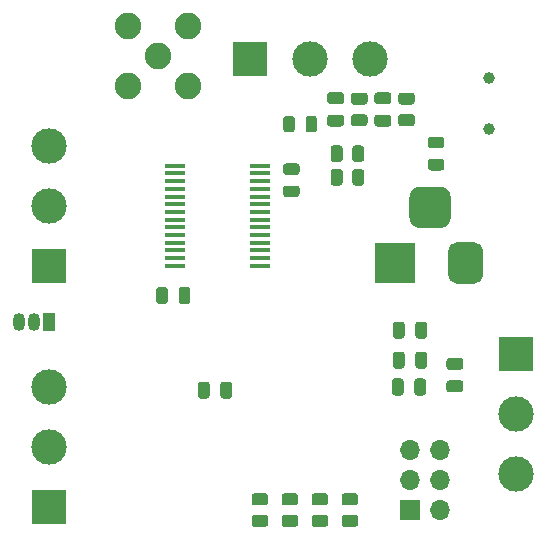
<source format=gbr>
%TF.GenerationSoftware,KiCad,Pcbnew,(5.1.6)-1*%
%TF.CreationDate,2021-02-02T08:46:24-05:00*%
%TF.ProjectId,Module Central,4d6f6475-6c65-4204-9365-6e7472616c2e,rev?*%
%TF.SameCoordinates,Original*%
%TF.FileFunction,Soldermask,Bot*%
%TF.FilePolarity,Negative*%
%FSLAX46Y46*%
G04 Gerber Fmt 4.6, Leading zero omitted, Abs format (unit mm)*
G04 Created by KiCad (PCBNEW (5.1.6)-1) date 2021-02-02 08:46:24*
%MOMM*%
%LPD*%
G01*
G04 APERTURE LIST*
%ADD10R,3.500000X3.500000*%
%ADD11R,1.700000X1.700000*%
%ADD12O,1.700000X1.700000*%
%ADD13C,2.250000*%
%ADD14C,1.000000*%
%ADD15R,3.000000X3.000000*%
%ADD16C,3.000000*%
%ADD17R,1.750000X0.450000*%
%ADD18O,1.050000X1.500000*%
%ADD19R,1.050000X1.500000*%
G04 APERTURE END LIST*
%TO.C,C101*%
G36*
G01*
X132875000Y-62050000D02*
X133825000Y-62050000D01*
G75*
G02*
X134075000Y-62300000I0J-250000D01*
G01*
X134075000Y-62800000D01*
G75*
G02*
X133825000Y-63050000I-250000J0D01*
G01*
X132875000Y-63050000D01*
G75*
G02*
X132625000Y-62800000I0J250000D01*
G01*
X132625000Y-62300000D01*
G75*
G02*
X132875000Y-62050000I250000J0D01*
G01*
G37*
G36*
G01*
X132875000Y-63950000D02*
X133825000Y-63950000D01*
G75*
G02*
X134075000Y-64200000I0J-250000D01*
G01*
X134075000Y-64700000D01*
G75*
G02*
X133825000Y-64950000I-250000J0D01*
G01*
X132875000Y-64950000D01*
G75*
G02*
X132625000Y-64700000I0J250000D01*
G01*
X132625000Y-64200000D01*
G75*
G02*
X132875000Y-63950000I250000J0D01*
G01*
G37*
%TD*%
%TO.C,C103*%
G36*
G01*
X128090000Y-60165000D02*
X128090000Y-59215000D01*
G75*
G02*
X128340000Y-58965000I250000J0D01*
G01*
X128840000Y-58965000D01*
G75*
G02*
X129090000Y-59215000I0J-250000D01*
G01*
X129090000Y-60165000D01*
G75*
G02*
X128840000Y-60415000I-250000J0D01*
G01*
X128340000Y-60415000D01*
G75*
G02*
X128090000Y-60165000I0J250000D01*
G01*
G37*
G36*
G01*
X129990000Y-60165000D02*
X129990000Y-59215000D01*
G75*
G02*
X130240000Y-58965000I250000J0D01*
G01*
X130740000Y-58965000D01*
G75*
G02*
X130990000Y-59215000I0J-250000D01*
G01*
X130990000Y-60165000D01*
G75*
G02*
X130740000Y-60415000I-250000J0D01*
G01*
X130240000Y-60415000D01*
G75*
G02*
X129990000Y-60165000I0J250000D01*
G01*
G37*
%TD*%
%TO.C,C104*%
G36*
G01*
X128090000Y-62705000D02*
X128090000Y-61755000D01*
G75*
G02*
X128340000Y-61505000I250000J0D01*
G01*
X128840000Y-61505000D01*
G75*
G02*
X129090000Y-61755000I0J-250000D01*
G01*
X129090000Y-62705000D01*
G75*
G02*
X128840000Y-62955000I-250000J0D01*
G01*
X128340000Y-62955000D01*
G75*
G02*
X128090000Y-62705000I0J250000D01*
G01*
G37*
G36*
G01*
X129990000Y-62705000D02*
X129990000Y-61755000D01*
G75*
G02*
X130240000Y-61505000I250000J0D01*
G01*
X130740000Y-61505000D01*
G75*
G02*
X130990000Y-61755000I0J-250000D01*
G01*
X130990000Y-62705000D01*
G75*
G02*
X130740000Y-62955000I-250000J0D01*
G01*
X130240000Y-62955000D01*
G75*
G02*
X129990000Y-62705000I0J250000D01*
G01*
G37*
%TD*%
%TO.C,C105*%
G36*
G01*
X113480000Y-65245000D02*
X113480000Y-64295000D01*
G75*
G02*
X113730000Y-64045000I250000J0D01*
G01*
X114230000Y-64045000D01*
G75*
G02*
X114480000Y-64295000I0J-250000D01*
G01*
X114480000Y-65245000D01*
G75*
G02*
X114230000Y-65495000I-250000J0D01*
G01*
X113730000Y-65495000D01*
G75*
G02*
X113480000Y-65245000I0J250000D01*
G01*
G37*
G36*
G01*
X111580000Y-65245000D02*
X111580000Y-64295000D01*
G75*
G02*
X111830000Y-64045000I250000J0D01*
G01*
X112330000Y-64045000D01*
G75*
G02*
X112580000Y-64295000I0J-250000D01*
G01*
X112580000Y-65245000D01*
G75*
G02*
X112330000Y-65495000I-250000J0D01*
G01*
X111830000Y-65495000D01*
G75*
G02*
X111580000Y-65245000I0J250000D01*
G01*
G37*
%TD*%
%TO.C,C109*%
G36*
G01*
X128000000Y-64975000D02*
X128000000Y-64025000D01*
G75*
G02*
X128250000Y-63775000I250000J0D01*
G01*
X128750000Y-63775000D01*
G75*
G02*
X129000000Y-64025000I0J-250000D01*
G01*
X129000000Y-64975000D01*
G75*
G02*
X128750000Y-65225000I-250000J0D01*
G01*
X128250000Y-65225000D01*
G75*
G02*
X128000000Y-64975000I0J250000D01*
G01*
G37*
G36*
G01*
X129900000Y-64975000D02*
X129900000Y-64025000D01*
G75*
G02*
X130150000Y-63775000I250000J0D01*
G01*
X130650000Y-63775000D01*
G75*
G02*
X130900000Y-64025000I0J-250000D01*
G01*
X130900000Y-64975000D01*
G75*
G02*
X130650000Y-65225000I-250000J0D01*
G01*
X130150000Y-65225000D01*
G75*
G02*
X129900000Y-64975000I0J250000D01*
G01*
G37*
%TD*%
%TO.C,C201*%
G36*
G01*
X123725000Y-42450000D02*
X122775000Y-42450000D01*
G75*
G02*
X122525000Y-42200000I0J250000D01*
G01*
X122525000Y-41700000D01*
G75*
G02*
X122775000Y-41450000I250000J0D01*
G01*
X123725000Y-41450000D01*
G75*
G02*
X123975000Y-41700000I0J-250000D01*
G01*
X123975000Y-42200000D01*
G75*
G02*
X123725000Y-42450000I-250000J0D01*
G01*
G37*
G36*
G01*
X123725000Y-40550000D02*
X122775000Y-40550000D01*
G75*
G02*
X122525000Y-40300000I0J250000D01*
G01*
X122525000Y-39800000D01*
G75*
G02*
X122775000Y-39550000I250000J0D01*
G01*
X123725000Y-39550000D01*
G75*
G02*
X123975000Y-39800000I0J-250000D01*
G01*
X123975000Y-40300000D01*
G75*
G02*
X123725000Y-40550000I-250000J0D01*
G01*
G37*
%TD*%
%TO.C,C202*%
G36*
G01*
X127725000Y-40550000D02*
X126775000Y-40550000D01*
G75*
G02*
X126525000Y-40300000I0J250000D01*
G01*
X126525000Y-39800000D01*
G75*
G02*
X126775000Y-39550000I250000J0D01*
G01*
X127725000Y-39550000D01*
G75*
G02*
X127975000Y-39800000I0J-250000D01*
G01*
X127975000Y-40300000D01*
G75*
G02*
X127725000Y-40550000I-250000J0D01*
G01*
G37*
G36*
G01*
X127725000Y-42450000D02*
X126775000Y-42450000D01*
G75*
G02*
X126525000Y-42200000I0J250000D01*
G01*
X126525000Y-41700000D01*
G75*
G02*
X126775000Y-41450000I250000J0D01*
G01*
X127725000Y-41450000D01*
G75*
G02*
X127975000Y-41700000I0J-250000D01*
G01*
X127975000Y-42200000D01*
G75*
G02*
X127725000Y-42450000I-250000J0D01*
G01*
G37*
%TD*%
%TO.C,C203*%
G36*
G01*
X109950000Y-57225000D02*
X109950000Y-56275000D01*
G75*
G02*
X110200000Y-56025000I250000J0D01*
G01*
X110700000Y-56025000D01*
G75*
G02*
X110950000Y-56275000I0J-250000D01*
G01*
X110950000Y-57225000D01*
G75*
G02*
X110700000Y-57475000I-250000J0D01*
G01*
X110200000Y-57475000D01*
G75*
G02*
X109950000Y-57225000I0J250000D01*
G01*
G37*
G36*
G01*
X108050000Y-57225000D02*
X108050000Y-56275000D01*
G75*
G02*
X108300000Y-56025000I250000J0D01*
G01*
X108800000Y-56025000D01*
G75*
G02*
X109050000Y-56275000I0J-250000D01*
G01*
X109050000Y-57225000D01*
G75*
G02*
X108800000Y-57475000I-250000J0D01*
G01*
X108300000Y-57475000D01*
G75*
G02*
X108050000Y-57225000I0J250000D01*
G01*
G37*
%TD*%
%TO.C,D201*%
G36*
G01*
X118825000Y-42706250D02*
X118825000Y-41793750D01*
G75*
G02*
X119068750Y-41550000I243750J0D01*
G01*
X119556250Y-41550000D01*
G75*
G02*
X119800000Y-41793750I0J-243750D01*
G01*
X119800000Y-42706250D01*
G75*
G02*
X119556250Y-42950000I-243750J0D01*
G01*
X119068750Y-42950000D01*
G75*
G02*
X118825000Y-42706250I0J243750D01*
G01*
G37*
G36*
G01*
X120700000Y-42706250D02*
X120700000Y-41793750D01*
G75*
G02*
X120943750Y-41550000I243750J0D01*
G01*
X121431250Y-41550000D01*
G75*
G02*
X121675000Y-41793750I0J-243750D01*
G01*
X121675000Y-42706250D01*
G75*
G02*
X121431250Y-42950000I-243750J0D01*
G01*
X120943750Y-42950000D01*
G75*
G02*
X120700000Y-42706250I0J243750D01*
G01*
G37*
%TD*%
%TO.C,D202*%
G36*
G01*
X119956250Y-46550000D02*
X119043750Y-46550000D01*
G75*
G02*
X118800000Y-46306250I0J243750D01*
G01*
X118800000Y-45818750D01*
G75*
G02*
X119043750Y-45575000I243750J0D01*
G01*
X119956250Y-45575000D01*
G75*
G02*
X120200000Y-45818750I0J-243750D01*
G01*
X120200000Y-46306250D01*
G75*
G02*
X119956250Y-46550000I-243750J0D01*
G01*
G37*
G36*
G01*
X119956250Y-48425000D02*
X119043750Y-48425000D01*
G75*
G02*
X118800000Y-48181250I0J243750D01*
G01*
X118800000Y-47693750D01*
G75*
G02*
X119043750Y-47450000I243750J0D01*
G01*
X119956250Y-47450000D01*
G75*
G02*
X120200000Y-47693750I0J-243750D01*
G01*
X120200000Y-48181250D01*
G75*
G02*
X119956250Y-48425000I-243750J0D01*
G01*
G37*
%TD*%
D10*
%TO.C,J101*%
X128250000Y-54000000D03*
G36*
G01*
X135750000Y-53000000D02*
X135750000Y-55000000D01*
G75*
G02*
X135000000Y-55750000I-750000J0D01*
G01*
X133500000Y-55750000D01*
G75*
G02*
X132750000Y-55000000I0J750000D01*
G01*
X132750000Y-53000000D01*
G75*
G02*
X133500000Y-52250000I750000J0D01*
G01*
X135000000Y-52250000D01*
G75*
G02*
X135750000Y-53000000I0J-750000D01*
G01*
G37*
G36*
G01*
X133000000Y-48425000D02*
X133000000Y-50175000D01*
G75*
G02*
X132125000Y-51050000I-875000J0D01*
G01*
X130375000Y-51050000D01*
G75*
G02*
X129500000Y-50175000I0J875000D01*
G01*
X129500000Y-48425000D01*
G75*
G02*
X130375000Y-47550000I875000J0D01*
G01*
X132125000Y-47550000D01*
G75*
G02*
X133000000Y-48425000I0J-875000D01*
G01*
G37*
%TD*%
D11*
%TO.C,J102*%
X129540000Y-74930000D03*
D12*
X132080000Y-74930000D03*
X129540000Y-72390000D03*
X132080000Y-72390000D03*
X129540000Y-69850000D03*
X132080000Y-69850000D03*
%TD*%
D13*
%TO.C,J103*%
X108250000Y-36500000D03*
X110790000Y-33960000D03*
X105710000Y-33960000D03*
X105710000Y-39040000D03*
X110790000Y-39040000D03*
%TD*%
D14*
%TO.C,J201*%
X136250000Y-42700000D03*
X136250000Y-38300000D03*
%TD*%
D15*
%TO.C,J301*%
X99000000Y-74660000D03*
D16*
X99000000Y-69580000D03*
X99000000Y-64500000D03*
%TD*%
%TO.C,J302*%
X138500000Y-71910000D03*
X138500000Y-66830000D03*
D15*
X138500000Y-61750000D03*
%TD*%
%TO.C,J303*%
X99000000Y-54250000D03*
D16*
X99000000Y-49170000D03*
X99000000Y-44090000D03*
%TD*%
%TO.C,J304*%
X126160000Y-36750000D03*
X121080000Y-36750000D03*
D15*
X116000000Y-36750000D03*
%TD*%
%TO.C,R102*%
G36*
G01*
X117290001Y-76355000D02*
X116389999Y-76355000D01*
G75*
G02*
X116140000Y-76105001I0J249999D01*
G01*
X116140000Y-75579999D01*
G75*
G02*
X116389999Y-75330000I249999J0D01*
G01*
X117290001Y-75330000D01*
G75*
G02*
X117540000Y-75579999I0J-249999D01*
G01*
X117540000Y-76105001D01*
G75*
G02*
X117290001Y-76355000I-249999J0D01*
G01*
G37*
G36*
G01*
X117290001Y-74530000D02*
X116389999Y-74530000D01*
G75*
G02*
X116140000Y-74280001I0J249999D01*
G01*
X116140000Y-73754999D01*
G75*
G02*
X116389999Y-73505000I249999J0D01*
G01*
X117290001Y-73505000D01*
G75*
G02*
X117540000Y-73754999I0J-249999D01*
G01*
X117540000Y-74280001D01*
G75*
G02*
X117290001Y-74530000I-249999J0D01*
G01*
G37*
%TD*%
%TO.C,R103*%
G36*
G01*
X119830001Y-74530000D02*
X118929999Y-74530000D01*
G75*
G02*
X118680000Y-74280001I0J249999D01*
G01*
X118680000Y-73754999D01*
G75*
G02*
X118929999Y-73505000I249999J0D01*
G01*
X119830001Y-73505000D01*
G75*
G02*
X120080000Y-73754999I0J-249999D01*
G01*
X120080000Y-74280001D01*
G75*
G02*
X119830001Y-74530000I-249999J0D01*
G01*
G37*
G36*
G01*
X119830001Y-76355000D02*
X118929999Y-76355000D01*
G75*
G02*
X118680000Y-76105001I0J249999D01*
G01*
X118680000Y-75579999D01*
G75*
G02*
X118929999Y-75330000I249999J0D01*
G01*
X119830001Y-75330000D01*
G75*
G02*
X120080000Y-75579999I0J-249999D01*
G01*
X120080000Y-76105001D01*
G75*
G02*
X119830001Y-76355000I-249999J0D01*
G01*
G37*
%TD*%
%TO.C,R104*%
G36*
G01*
X122370001Y-76355000D02*
X121469999Y-76355000D01*
G75*
G02*
X121220000Y-76105001I0J249999D01*
G01*
X121220000Y-75579999D01*
G75*
G02*
X121469999Y-75330000I249999J0D01*
G01*
X122370001Y-75330000D01*
G75*
G02*
X122620000Y-75579999I0J-249999D01*
G01*
X122620000Y-76105001D01*
G75*
G02*
X122370001Y-76355000I-249999J0D01*
G01*
G37*
G36*
G01*
X122370001Y-74530000D02*
X121469999Y-74530000D01*
G75*
G02*
X121220000Y-74280001I0J249999D01*
G01*
X121220000Y-73754999D01*
G75*
G02*
X121469999Y-73505000I249999J0D01*
G01*
X122370001Y-73505000D01*
G75*
G02*
X122620000Y-73754999I0J-249999D01*
G01*
X122620000Y-74280001D01*
G75*
G02*
X122370001Y-74530000I-249999J0D01*
G01*
G37*
%TD*%
%TO.C,R105*%
G36*
G01*
X124910001Y-74530000D02*
X124009999Y-74530000D01*
G75*
G02*
X123760000Y-74280001I0J249999D01*
G01*
X123760000Y-73754999D01*
G75*
G02*
X124009999Y-73505000I249999J0D01*
G01*
X124910001Y-73505000D01*
G75*
G02*
X125160000Y-73754999I0J-249999D01*
G01*
X125160000Y-74280001D01*
G75*
G02*
X124910001Y-74530000I-249999J0D01*
G01*
G37*
G36*
G01*
X124910001Y-76355000D02*
X124009999Y-76355000D01*
G75*
G02*
X123760000Y-76105001I0J249999D01*
G01*
X123760000Y-75579999D01*
G75*
G02*
X124009999Y-75330000I249999J0D01*
G01*
X124910001Y-75330000D01*
G75*
G02*
X125160000Y-75579999I0J-249999D01*
G01*
X125160000Y-76105001D01*
G75*
G02*
X124910001Y-76355000I-249999J0D01*
G01*
G37*
%TD*%
%TO.C,R201*%
G36*
G01*
X125700001Y-40600000D02*
X124799999Y-40600000D01*
G75*
G02*
X124550000Y-40350001I0J249999D01*
G01*
X124550000Y-39824999D01*
G75*
G02*
X124799999Y-39575000I249999J0D01*
G01*
X125700001Y-39575000D01*
G75*
G02*
X125950000Y-39824999I0J-249999D01*
G01*
X125950000Y-40350001D01*
G75*
G02*
X125700001Y-40600000I-249999J0D01*
G01*
G37*
G36*
G01*
X125700001Y-42425000D02*
X124799999Y-42425000D01*
G75*
G02*
X124550000Y-42175001I0J249999D01*
G01*
X124550000Y-41649999D01*
G75*
G02*
X124799999Y-41400000I249999J0D01*
G01*
X125700001Y-41400000D01*
G75*
G02*
X125950000Y-41649999I0J-249999D01*
G01*
X125950000Y-42175001D01*
G75*
G02*
X125700001Y-42425000I-249999J0D01*
G01*
G37*
%TD*%
%TO.C,R202*%
G36*
G01*
X129700001Y-42425000D02*
X128799999Y-42425000D01*
G75*
G02*
X128550000Y-42175001I0J249999D01*
G01*
X128550000Y-41649999D01*
G75*
G02*
X128799999Y-41400000I249999J0D01*
G01*
X129700001Y-41400000D01*
G75*
G02*
X129950000Y-41649999I0J-249999D01*
G01*
X129950000Y-42175001D01*
G75*
G02*
X129700001Y-42425000I-249999J0D01*
G01*
G37*
G36*
G01*
X129700001Y-40600000D02*
X128799999Y-40600000D01*
G75*
G02*
X128550000Y-40350001I0J249999D01*
G01*
X128550000Y-39824999D01*
G75*
G02*
X128799999Y-39575000I249999J0D01*
G01*
X129700001Y-39575000D01*
G75*
G02*
X129950000Y-39824999I0J-249999D01*
G01*
X129950000Y-40350001D01*
G75*
G02*
X129700001Y-40600000I-249999J0D01*
G01*
G37*
%TD*%
%TO.C,R204*%
G36*
G01*
X125675000Y-46299999D02*
X125675000Y-47200001D01*
G75*
G02*
X125425001Y-47450000I-249999J0D01*
G01*
X124899999Y-47450000D01*
G75*
G02*
X124650000Y-47200001I0J249999D01*
G01*
X124650000Y-46299999D01*
G75*
G02*
X124899999Y-46050000I249999J0D01*
G01*
X125425001Y-46050000D01*
G75*
G02*
X125675000Y-46299999I0J-249999D01*
G01*
G37*
G36*
G01*
X123850000Y-46299999D02*
X123850000Y-47200001D01*
G75*
G02*
X123600001Y-47450000I-249999J0D01*
G01*
X123074999Y-47450000D01*
G75*
G02*
X122825000Y-47200001I0J249999D01*
G01*
X122825000Y-46299999D01*
G75*
G02*
X123074999Y-46050000I249999J0D01*
G01*
X123600001Y-46050000D01*
G75*
G02*
X123850000Y-46299999I0J-249999D01*
G01*
G37*
%TD*%
%TO.C,R205*%
G36*
G01*
X123850000Y-44299999D02*
X123850000Y-45200001D01*
G75*
G02*
X123600001Y-45450000I-249999J0D01*
G01*
X123074999Y-45450000D01*
G75*
G02*
X122825000Y-45200001I0J249999D01*
G01*
X122825000Y-44299999D01*
G75*
G02*
X123074999Y-44050000I249999J0D01*
G01*
X123600001Y-44050000D01*
G75*
G02*
X123850000Y-44299999I0J-249999D01*
G01*
G37*
G36*
G01*
X125675000Y-44299999D02*
X125675000Y-45200001D01*
G75*
G02*
X125425001Y-45450000I-249999J0D01*
G01*
X124899999Y-45450000D01*
G75*
G02*
X124650000Y-45200001I0J249999D01*
G01*
X124650000Y-44299999D01*
G75*
G02*
X124899999Y-44050000I249999J0D01*
G01*
X125425001Y-44050000D01*
G75*
G02*
X125675000Y-44299999I0J-249999D01*
G01*
G37*
%TD*%
D17*
%TO.C,U201*%
X109650000Y-54225000D03*
X109650000Y-53575000D03*
X109650000Y-52925000D03*
X109650000Y-52275000D03*
X109650000Y-51625000D03*
X109650000Y-50975000D03*
X109650000Y-50325000D03*
X109650000Y-49675000D03*
X109650000Y-49025000D03*
X109650000Y-48375000D03*
X109650000Y-47725000D03*
X109650000Y-47075000D03*
X109650000Y-46425000D03*
X109650000Y-45775000D03*
X116850000Y-45775000D03*
X116850000Y-46425000D03*
X116850000Y-47075000D03*
X116850000Y-47725000D03*
X116850000Y-48375000D03*
X116850000Y-49025000D03*
X116850000Y-49675000D03*
X116850000Y-50325000D03*
X116850000Y-50975000D03*
X116850000Y-51625000D03*
X116850000Y-52275000D03*
X116850000Y-52925000D03*
X116850000Y-53575000D03*
X116850000Y-54225000D03*
%TD*%
D18*
%TO.C,U301*%
X97730000Y-59000000D03*
X96460000Y-59000000D03*
D19*
X99000000Y-59000000D03*
%TD*%
%TO.C,R106*%
G36*
G01*
X131293750Y-43325000D02*
X132206250Y-43325000D01*
G75*
G02*
X132450000Y-43568750I0J-243750D01*
G01*
X132450000Y-44056250D01*
G75*
G02*
X132206250Y-44300000I-243750J0D01*
G01*
X131293750Y-44300000D01*
G75*
G02*
X131050000Y-44056250I0J243750D01*
G01*
X131050000Y-43568750D01*
G75*
G02*
X131293750Y-43325000I243750J0D01*
G01*
G37*
G36*
G01*
X131293750Y-45200000D02*
X132206250Y-45200000D01*
G75*
G02*
X132450000Y-45443750I0J-243750D01*
G01*
X132450000Y-45931250D01*
G75*
G02*
X132206250Y-46175000I-243750J0D01*
G01*
X131293750Y-46175000D01*
G75*
G02*
X131050000Y-45931250I0J243750D01*
G01*
X131050000Y-45443750D01*
G75*
G02*
X131293750Y-45200000I243750J0D01*
G01*
G37*
%TD*%
M02*

</source>
